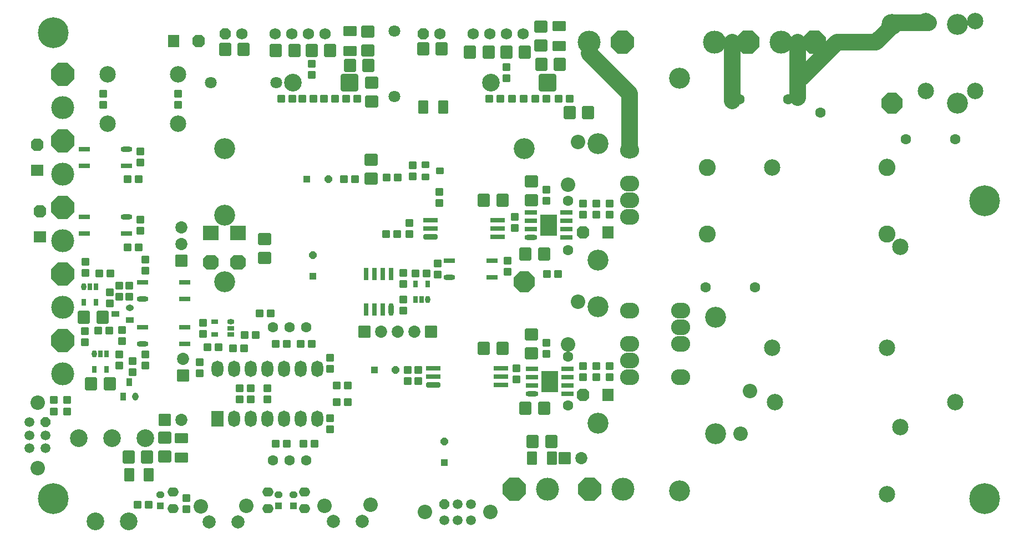
<source format=gbs>
G04*
G04 #@! TF.GenerationSoftware,Altium Limited,Altium Designer,21.3.2 (30)*
G04*
G04 Layer_Color=16711935*
%FSLAX25Y25*%
%MOIN*%
G70*
G04*
G04 #@! TF.SameCoordinates,82E3065C-4493-458C-8774-CE3C9F48797D*
G04*
G04*
G04 #@! TF.FilePolarity,Negative*
G04*
G01*
G75*
%ADD18C,0.10000*%
%ADD20P,0.06406X8X22.5*%
%ADD21C,0.05918*%
%ADD22C,0.08674*%
%ADD23P,0.06406X8X292.5*%
%ADD24C,0.06312*%
%ADD25C,0.12611*%
%ADD26C,0.13792*%
%ADD27P,0.14929X8X22.5*%
%ADD28O,0.11430X0.09619*%
%ADD29C,0.09855*%
%ADD30C,0.07887*%
%ADD31C,0.06800*%
%ADD32P,0.07360X8X22.5*%
%ADD33C,0.07300*%
G04:AMPARAMS|DCode=34|XSize=73mil|YSize=73mil|CornerRadius=7.25mil|HoleSize=0mil|Usage=FLASHONLY|Rotation=180.000|XOffset=0mil|YOffset=0mil|HoleType=Round|Shape=RoundedRectangle|*
%AMROUNDEDRECTD34*
21,1,0.07300,0.05850,0,0,180.0*
21,1,0.05850,0.07300,0,0,180.0*
1,1,0.01450,-0.02925,0.02925*
1,1,0.01450,0.02925,0.02925*
1,1,0.01450,0.02925,-0.02925*
1,1,0.01450,-0.02925,-0.02925*
%
%ADD34ROUNDEDRECTD34*%
%ADD35P,0.13650X8X292.5*%
G04:AMPARAMS|DCode=36|XSize=73mil|YSize=73mil|CornerRadius=7.25mil|HoleSize=0mil|Usage=FLASHONLY|Rotation=90.000|XOffset=0mil|YOffset=0mil|HoleType=Round|Shape=RoundedRectangle|*
%AMROUNDEDRECTD36*
21,1,0.07300,0.05850,0,0,90.0*
21,1,0.05850,0.07300,0,0,90.0*
1,1,0.01450,0.02925,0.02925*
1,1,0.01450,0.02925,-0.02925*
1,1,0.01450,-0.02925,-0.02925*
1,1,0.01450,-0.02925,0.02925*
%
%ADD36ROUNDEDRECTD36*%
%ADD37C,0.10642*%
G04:AMPARAMS|DCode=38|XSize=106.42mil|YSize=106.42mil|CornerRadius=13.84mil|HoleSize=0mil|Usage=FLASHONLY|Rotation=0.000|XOffset=0mil|YOffset=0mil|HoleType=Round|Shape=RoundedRectangle|*
%AMROUNDEDRECTD38*
21,1,0.10642,0.07874,0,0,0.0*
21,1,0.07874,0.10642,0,0,0.0*
1,1,0.02769,0.03937,-0.03937*
1,1,0.02769,-0.03937,-0.03937*
1,1,0.02769,-0.03937,0.03937*
1,1,0.02769,0.03937,0.03937*
%
%ADD38ROUNDEDRECTD38*%
%ADD39C,0.07099*%
%ADD40P,0.13650X8X202.5*%
%ADD41P,0.14929X8X292.5*%
%ADD42C,0.10249*%
%ADD43O,0.06706X0.05524*%
%ADD44O,0.07200X0.09800*%
%ADD45R,0.07200X0.09800*%
%ADD46C,0.18517*%
G04:AMPARAMS|DCode=122|XSize=48mil|YSize=48mil|CornerRadius=7mil|HoleSize=0mil|Usage=FLASHONLY|Rotation=0.000|XOffset=0mil|YOffset=0mil|HoleType=Round|Shape=RoundedRectangle|*
%AMROUNDEDRECTD122*
21,1,0.04800,0.03400,0,0,0.0*
21,1,0.03400,0.04800,0,0,0.0*
1,1,0.01400,0.01700,-0.01700*
1,1,0.01400,-0.01700,-0.01700*
1,1,0.01400,-0.01700,0.01700*
1,1,0.01400,0.01700,0.01700*
%
%ADD122ROUNDEDRECTD122*%
%ADD123P,0.04701X8X22.5*%
%ADD124R,0.04343X0.04343*%
G04:AMPARAMS|DCode=125|XSize=39.5mil|YSize=47.37mil|CornerRadius=8.72mil|HoleSize=0mil|Usage=FLASHONLY|Rotation=270.000|XOffset=0mil|YOffset=0mil|HoleType=Round|Shape=RoundedRectangle|*
%AMROUNDEDRECTD125*
21,1,0.03950,0.02992,0,0,270.0*
21,1,0.02205,0.04737,0,0,270.0*
1,1,0.01745,-0.01496,-0.01102*
1,1,0.01745,-0.01496,0.01102*
1,1,0.01745,0.01496,0.01102*
1,1,0.01745,0.01496,-0.01102*
%
%ADD125ROUNDEDRECTD125*%
%ADD126O,0.07099X0.03162*%
%ADD127R,0.07099X0.03162*%
G04:AMPARAMS|DCode=128|XSize=48mil|YSize=48mil|CornerRadius=7mil|HoleSize=0mil|Usage=FLASHONLY|Rotation=270.000|XOffset=0mil|YOffset=0mil|HoleType=Round|Shape=RoundedRectangle|*
%AMROUNDEDRECTD128*
21,1,0.04800,0.03400,0,0,270.0*
21,1,0.03400,0.04800,0,0,270.0*
1,1,0.01400,-0.01700,-0.01700*
1,1,0.01400,-0.01700,0.01700*
1,1,0.01400,0.01700,0.01700*
1,1,0.01400,0.01700,-0.01700*
%
%ADD128ROUNDEDRECTD128*%
G04:AMPARAMS|DCode=129|XSize=71mil|YSize=79mil|CornerRadius=8.73mil|HoleSize=0mil|Usage=FLASHONLY|Rotation=90.000|XOffset=0mil|YOffset=0mil|HoleType=Round|Shape=RoundedRectangle|*
%AMROUNDEDRECTD129*
21,1,0.07100,0.06155,0,0,90.0*
21,1,0.05355,0.07900,0,0,90.0*
1,1,0.01745,0.03078,0.02678*
1,1,0.01745,0.03078,-0.02678*
1,1,0.01745,-0.03078,-0.02678*
1,1,0.01745,-0.03078,0.02678*
%
%ADD129ROUNDEDRECTD129*%
%ADD130R,0.04343X0.04343*%
%ADD131P,0.04701X8X292.5*%
%ADD132R,0.04800X0.03800*%
%ADD133O,0.04800X0.03800*%
%ADD134R,0.03800X0.04800*%
%ADD135O,0.03800X0.04800*%
%ADD136O,0.03162X0.04343*%
%ADD137R,0.03162X0.04343*%
%ADD138O,0.07690X0.03162*%
%ADD139R,0.07690X0.03162*%
%ADD140R,0.10249X0.13005*%
G04:AMPARAMS|DCode=141|XSize=31.62mil|YSize=88.71mil|CornerRadius=0mil|HoleSize=0mil|Usage=FLASHONLY|Rotation=270.000|XOffset=0mil|YOffset=0mil|HoleType=Round|Shape=Octagon|*
%AMOCTAGOND141*
4,1,8,0.04435,0.00791,0.04435,-0.00791,0.03645,-0.01581,-0.03645,-0.01581,-0.04435,-0.00791,-0.04435,0.00791,-0.03645,0.01581,0.03645,0.01581,0.04435,0.00791,0.0*
%
%ADD141OCTAGOND141*%

%ADD142R,0.08871X0.03162*%
%ADD143R,0.03162X0.07690*%
%ADD144O,0.03162X0.07690*%
G04:AMPARAMS|DCode=145|XSize=71mil|YSize=79mil|CornerRadius=8.73mil|HoleSize=0mil|Usage=FLASHONLY|Rotation=0.000|XOffset=0mil|YOffset=0mil|HoleType=Round|Shape=RoundedRectangle|*
%AMROUNDEDRECTD145*
21,1,0.07100,0.06155,0,0,0.0*
21,1,0.05355,0.07900,0,0,0.0*
1,1,0.01745,0.02678,-0.03078*
1,1,0.01745,-0.02678,-0.03078*
1,1,0.01745,-0.02678,0.03078*
1,1,0.01745,0.02678,0.03078*
%
%ADD145ROUNDEDRECTD145*%
%ADD146R,0.09461X0.08871*%
G04:AMPARAMS|DCode=147|XSize=94.61mil|YSize=88.71mil|CornerRadius=0mil|HoleSize=0mil|Usage=FLASHONLY|Rotation=0.000|XOffset=0mil|YOffset=0mil|HoleType=Round|Shape=Octagon|*
%AMOCTAGOND147*
4,1,8,0.04731,-0.02218,0.04731,0.02218,0.02513,0.04435,-0.02513,0.04435,-0.04731,0.02218,-0.04731,-0.02218,-0.02513,-0.04435,0.02513,-0.04435,0.04731,-0.02218,0.0*
%
%ADD147OCTAGOND147*%

%ADD148R,0.07493X0.07099*%
G04:AMPARAMS|DCode=149|XSize=74.93mil|YSize=70.99mil|CornerRadius=0mil|HoleSize=0mil|Usage=FLASHONLY|Rotation=0.000|XOffset=0mil|YOffset=0mil|HoleType=Round|Shape=Octagon|*
%AMOCTAGOND149*
4,1,8,0.03747,-0.01775,0.03747,0.01775,0.01972,0.03550,-0.01972,0.03550,-0.03747,0.01775,-0.03747,-0.01775,-0.01972,-0.03550,0.01972,-0.03550,0.03747,-0.01775,0.0*
%
%ADD149OCTAGOND149*%

G04:AMPARAMS|DCode=150|XSize=74.93mil|YSize=70.99mil|CornerRadius=0mil|HoleSize=0mil|Usage=FLASHONLY|Rotation=270.000|XOffset=0mil|YOffset=0mil|HoleType=Round|Shape=Octagon|*
%AMOCTAGOND150*
4,1,8,-0.01775,-0.03747,0.01775,-0.03747,0.03550,-0.01972,0.03550,0.01972,0.01775,0.03747,-0.01775,0.03747,-0.03550,0.01972,-0.03550,-0.01972,-0.01775,-0.03747,0.0*
%
%ADD150OCTAGOND150*%

%ADD151R,0.07099X0.07493*%
G04:AMPARAMS|DCode=152|XSize=43.43mil|YSize=41.47mil|CornerRadius=0mil|HoleSize=0mil|Usage=FLASHONLY|Rotation=0.000|XOffset=0mil|YOffset=0mil|HoleType=Round|Shape=Octagon|*
%AMOCTAGOND152*
4,1,8,0.02172,-0.01037,0.02172,0.01037,0.01135,0.02073,-0.01135,0.02073,-0.02172,0.01037,-0.02172,-0.01037,-0.01135,-0.02073,0.01135,-0.02073,0.02172,-0.01037,0.0*
%
%ADD152OCTAGOND152*%

%ADD153R,0.04343X0.04147*%
%ADD154R,0.04343X0.03162*%
%ADD155O,0.04343X0.03162*%
G04:AMPARAMS|DCode=156|XSize=63.12mil|YSize=78.87mil|CornerRadius=8.13mil|HoleSize=0mil|Usage=FLASHONLY|Rotation=90.000|XOffset=0mil|YOffset=0mil|HoleType=Round|Shape=RoundedRectangle|*
%AMROUNDEDRECTD156*
21,1,0.06312,0.06260,0,0,90.0*
21,1,0.04685,0.07887,0,0,90.0*
1,1,0.01627,0.03130,0.02343*
1,1,0.01627,0.03130,-0.02343*
1,1,0.01627,-0.03130,-0.02343*
1,1,0.01627,-0.03130,0.02343*
%
%ADD156ROUNDEDRECTD156*%
G04:AMPARAMS|DCode=157|XSize=63.12mil|YSize=78.87mil|CornerRadius=8.13mil|HoleSize=0mil|Usage=FLASHONLY|Rotation=0.000|XOffset=0mil|YOffset=0mil|HoleType=Round|Shape=RoundedRectangle|*
%AMROUNDEDRECTD157*
21,1,0.06312,0.06260,0,0,0.0*
21,1,0.04685,0.07887,0,0,0.0*
1,1,0.01627,0.02343,-0.03130*
1,1,0.01627,-0.02343,-0.03130*
1,1,0.01627,-0.02343,0.03130*
1,1,0.01627,0.02343,0.03130*
%
%ADD157ROUNDEDRECTD157*%
G54D18*
X477000Y467882D02*
X501500Y443382D01*
Y409500D01*
X562992Y438976D02*
Y474409D01*
X604331Y452756D02*
X625984Y474409D01*
X649606D01*
X661417Y486221D01*
X681102D01*
X602362Y474409D02*
Y440945D01*
G54D20*
X390252Y196843D02*
D03*
G54D21*
X150591Y230315D02*
D03*
Y238189D02*
D03*
X140748D02*
D03*
Y246063D02*
D03*
Y230315D02*
D03*
X390252Y187000D02*
D03*
X398126D02*
D03*
X406000D02*
D03*
Y196843D02*
D03*
X398126D02*
D03*
G54D22*
X145669Y218504D02*
D03*
Y257874D02*
D03*
X243721Y195374D02*
D03*
X271280Y195768D02*
D03*
X318220Y195874D02*
D03*
X345779Y196268D02*
D03*
X378441Y191921D02*
D03*
X417811D02*
D03*
X464547Y292705D02*
D03*
X470453Y318295D02*
D03*
X464547Y388705D02*
D03*
X470453Y414295D02*
D03*
X573953Y264795D02*
D03*
X568047Y239205D02*
D03*
G54D23*
X150591Y246063D02*
D03*
G54D24*
X287000Y223000D02*
D03*
X297000D02*
D03*
X307000D02*
D03*
Y303000D02*
D03*
X297000D02*
D03*
X287000D02*
D03*
X464500Y256000D02*
D03*
Y285528D02*
D03*
Y349500D02*
D03*
Y379028D02*
D03*
X547236Y327000D02*
D03*
X576764D02*
D03*
X667472Y416000D02*
D03*
X697000D02*
D03*
X616142Y461614D02*
D03*
X596949Y440000D02*
D03*
X616142Y432087D02*
D03*
X567421Y440000D02*
D03*
G54D25*
X258000Y330500D02*
D03*
Y370500D02*
D03*
Y410500D02*
D03*
X438000D02*
D03*
X482500Y413500D02*
D03*
X531496Y452756D02*
D03*
X482500Y343500D02*
D03*
Y315500D02*
D03*
Y245500D02*
D03*
X531496Y204724D02*
D03*
X553000Y239000D02*
D03*
Y309000D02*
D03*
X698500Y437756D02*
D03*
Y485000D02*
D03*
X659130D02*
D03*
G54D26*
X160748Y275000D02*
D03*
Y315000D02*
D03*
Y355000D02*
D03*
Y395000D02*
D03*
Y435000D02*
D03*
X452000Y205748D02*
D03*
X497500D02*
D03*
X592500Y474252D02*
D03*
X552500D02*
D03*
X477000D02*
D03*
G54D27*
X432000Y205748D02*
D03*
X477500D02*
D03*
X612500Y474252D02*
D03*
X572500D02*
D03*
X497000D02*
D03*
G54D28*
X501500Y273000D02*
D03*
Y283000D02*
D03*
Y293000D02*
D03*
Y313000D02*
D03*
X532000Y273000D02*
D03*
Y293000D02*
D03*
Y303000D02*
D03*
Y313000D02*
D03*
X501500Y369500D02*
D03*
Y379500D02*
D03*
Y389500D02*
D03*
Y409500D02*
D03*
G54D29*
X230000Y425472D02*
D03*
Y455000D02*
D03*
X187874D02*
D03*
Y425472D02*
D03*
X588866Y258000D02*
D03*
X587000Y290732D02*
D03*
X656000Y290866D02*
D03*
X664000Y243000D02*
D03*
X697134Y258000D02*
D03*
X656000Y202575D02*
D03*
X664000Y351268D02*
D03*
X656000Y399134D02*
D03*
Y399425D02*
D03*
X679472Y445000D02*
D03*
X709000D02*
D03*
Y487126D02*
D03*
X679472D02*
D03*
X587000Y399000D02*
D03*
G54D30*
X248839Y185925D02*
D03*
X266161D02*
D03*
X323339Y186425D02*
D03*
X340661D02*
D03*
G54D31*
X437500Y479500D02*
D03*
X427500D02*
D03*
X417500D02*
D03*
X407500D02*
D03*
X387500D02*
D03*
X318500D02*
D03*
X308500D02*
D03*
X298500D02*
D03*
X288500D02*
D03*
X268500D02*
D03*
G54D32*
X377500Y479500D02*
D03*
X258500D02*
D03*
G54D33*
X232000Y247500D02*
D03*
X233000Y284000D02*
D03*
X232000Y353000D02*
D03*
Y363000D02*
D03*
X352000Y300374D02*
D03*
X362000D02*
D03*
X372000D02*
D03*
X472598Y224410D02*
D03*
G54D34*
X222000Y247500D02*
D03*
X342000Y300374D02*
D03*
X382000D02*
D03*
X462598Y224410D02*
D03*
G54D35*
X659130Y437756D02*
D03*
G54D36*
X233000Y274000D02*
D03*
X232000Y343000D02*
D03*
G54D37*
X180500Y186500D02*
D03*
X200500D02*
D03*
X210500Y236500D02*
D03*
X190500D02*
D03*
X170500D02*
D03*
X299000Y450000D02*
D03*
X418000D02*
D03*
G54D38*
X452000Y450000D02*
D03*
X333000D02*
D03*
G54D39*
X360000Y441815D02*
D03*
Y481185D02*
D03*
X289185Y450000D02*
D03*
X249815D02*
D03*
G54D40*
X438000Y330500D02*
D03*
G54D41*
X160748Y295000D02*
D03*
Y335000D02*
D03*
Y375000D02*
D03*
Y415000D02*
D03*
Y455000D02*
D03*
G54D42*
X548000Y359000D02*
D03*
Y399158D02*
D03*
X656268Y359000D02*
D03*
Y399158D02*
D03*
G54D43*
X227000Y194000D02*
D03*
Y204000D02*
D03*
X284000D02*
D03*
Y194000D02*
D03*
X306000D02*
D03*
Y204000D02*
D03*
G54D44*
X263653Y248000D02*
D03*
X273654D02*
D03*
X283653D02*
D03*
X293653D02*
D03*
X303654D02*
D03*
X313653D02*
D03*
Y278000D02*
D03*
X303654D02*
D03*
X293653D02*
D03*
X283653D02*
D03*
X273654D02*
D03*
X263653D02*
D03*
X253654D02*
D03*
G54D45*
X253654Y248000D02*
D03*
G54D46*
X155000Y200000D02*
D03*
Y480000D02*
D03*
X714685Y200000D02*
D03*
Y379000D02*
D03*
G54D122*
X235000Y193654D02*
D03*
Y200346D02*
D03*
X283653Y259653D02*
D03*
Y266347D02*
D03*
X273654D02*
D03*
X267000D02*
D03*
Y259653D02*
D03*
X273654D02*
D03*
X243000Y282193D02*
D03*
Y275500D02*
D03*
X245000Y299153D02*
D03*
Y305847D02*
D03*
X210630Y337205D02*
D03*
Y343898D02*
D03*
X207500Y361154D02*
D03*
Y367846D02*
D03*
X200787Y328150D02*
D03*
X194882D02*
D03*
Y321457D02*
D03*
X200787D02*
D03*
X196500Y301346D02*
D03*
Y294654D02*
D03*
X194882Y286811D02*
D03*
X202756Y282874D02*
D03*
Y276181D02*
D03*
X194882Y280118D02*
D03*
X210630D02*
D03*
Y286811D02*
D03*
X188976Y317520D02*
D03*
Y324213D02*
D03*
X174500Y335653D02*
D03*
Y342347D02*
D03*
X174000Y300847D02*
D03*
Y294153D02*
D03*
X155512Y259252D02*
D03*
Y252559D02*
D03*
X163386D02*
D03*
Y259252D02*
D03*
X321500Y248346D02*
D03*
Y241653D02*
D03*
Y278153D02*
D03*
Y284846D02*
D03*
X368000Y277346D02*
D03*
Y270654D02*
D03*
X374500D02*
D03*
Y277346D02*
D03*
X365500Y313028D02*
D03*
Y319721D02*
D03*
Y329028D02*
D03*
Y335720D02*
D03*
X386000Y334653D02*
D03*
Y341347D02*
D03*
X369017Y359154D02*
D03*
Y365846D02*
D03*
X387000Y377654D02*
D03*
Y384347D02*
D03*
X371000Y400347D02*
D03*
Y393653D02*
D03*
X428000Y336307D02*
D03*
Y343000D02*
D03*
X432517Y362653D02*
D03*
X451500Y379153D02*
D03*
Y385846D02*
D03*
X432517Y369346D02*
D03*
X473517Y370654D02*
D03*
Y377346D02*
D03*
X481517D02*
D03*
Y370654D02*
D03*
X489517D02*
D03*
Y377346D02*
D03*
X427500Y452852D02*
D03*
Y459546D02*
D03*
X310500Y461346D02*
D03*
Y454654D02*
D03*
X230000Y443347D02*
D03*
Y436654D02*
D03*
X207500Y408847D02*
D03*
Y402153D02*
D03*
X185000Y436654D02*
D03*
Y443347D02*
D03*
X433500Y278346D02*
D03*
Y271654D02*
D03*
X451500Y287154D02*
D03*
Y293847D02*
D03*
X473500Y279847D02*
D03*
Y273153D02*
D03*
X481500D02*
D03*
Y279847D02*
D03*
X489500D02*
D03*
Y273153D02*
D03*
G54D123*
X311000Y346398D02*
D03*
X390000Y234398D02*
D03*
G54D124*
X311000Y333602D02*
D03*
X390000Y221602D02*
D03*
G54D125*
X387331Y397000D02*
D03*
X378669Y400740D02*
D03*
Y393260D02*
D03*
G54D126*
X208705Y293000D02*
D03*
Y320000D02*
D03*
X199295Y369500D02*
D03*
Y410000D02*
D03*
X393205Y333000D02*
D03*
G54D127*
X234295Y293000D02*
D03*
Y303000D02*
D03*
Y320000D02*
D03*
Y330000D02*
D03*
X208705D02*
D03*
Y303000D02*
D03*
X199295Y359500D02*
D03*
X173705Y369500D02*
D03*
Y359500D02*
D03*
X199295Y400000D02*
D03*
X173705D02*
D03*
Y410000D02*
D03*
X393205Y343000D02*
D03*
X418795Y333000D02*
D03*
Y343000D02*
D03*
G54D128*
X205654Y196500D02*
D03*
X212347D02*
D03*
X288653Y233000D02*
D03*
X295346D02*
D03*
X305307D02*
D03*
X312000D02*
D03*
X325307Y258000D02*
D03*
X332000D02*
D03*
Y268000D02*
D03*
X325307D02*
D03*
X310347Y293000D02*
D03*
X303654D02*
D03*
X295346D02*
D03*
X288653D02*
D03*
X276847Y298500D02*
D03*
X270153D02*
D03*
X269847Y290500D02*
D03*
X263154D02*
D03*
X254346Y291000D02*
D03*
X247654D02*
D03*
X279153Y311500D02*
D03*
X285846D02*
D03*
X355153Y359000D02*
D03*
X361846D02*
D03*
X372654Y335374D02*
D03*
X379346D02*
D03*
X362000Y393000D02*
D03*
X355307D02*
D03*
X336347Y392000D02*
D03*
X329654D02*
D03*
X331153Y440500D02*
D03*
X337846D02*
D03*
X324346D02*
D03*
X317653D02*
D03*
X311347D02*
D03*
X304654D02*
D03*
X298847D02*
D03*
X292154D02*
D03*
X206347Y392000D02*
D03*
X199653D02*
D03*
Y351000D02*
D03*
X206347D02*
D03*
X189347Y335500D02*
D03*
X182653D02*
D03*
X182153Y301000D02*
D03*
X188847D02*
D03*
X417154Y440500D02*
D03*
X423846D02*
D03*
X430955D02*
D03*
X437647D02*
D03*
X444756D02*
D03*
X451448D02*
D03*
X458653D02*
D03*
X465346D02*
D03*
X451653Y335000D02*
D03*
X458347D02*
D03*
G54D129*
X222000Y225400D02*
D03*
Y236600D02*
D03*
X282000Y344900D02*
D03*
Y356100D02*
D03*
X346000Y392400D02*
D03*
Y403600D02*
D03*
X346500Y438900D02*
D03*
Y450100D02*
D03*
X344000Y469400D02*
D03*
Y480600D02*
D03*
X442500Y390600D02*
D03*
Y379400D02*
D03*
Y298600D02*
D03*
Y287400D02*
D03*
X448000Y472400D02*
D03*
Y483600D02*
D03*
G54D130*
X348102Y277500D02*
D03*
X307602Y392000D02*
D03*
G54D131*
X360898Y277500D02*
D03*
X320398Y392000D02*
D03*
G54D132*
X201181Y307283D02*
D03*
X192520Y311024D02*
D03*
G54D133*
X201181Y314764D02*
D03*
G54D134*
X197047Y261417D02*
D03*
X200787Y270079D02*
D03*
G54D135*
X204528Y261417D02*
D03*
G54D136*
X179760Y287224D02*
D03*
X173425Y327559D02*
D03*
X380240Y319650D02*
D03*
G54D137*
X179760Y277776D02*
D03*
X187240D02*
D03*
Y287224D02*
D03*
X183500D02*
D03*
X180905Y318110D02*
D03*
Y327559D02*
D03*
X177165D02*
D03*
X173425Y318110D02*
D03*
X372760Y319650D02*
D03*
X376500D02*
D03*
X372760Y329098D02*
D03*
X380240D02*
D03*
G54D138*
X442220Y357000D02*
D03*
X442870Y263000D02*
D03*
G54D139*
X442220Y362000D02*
D03*
Y367000D02*
D03*
Y372000D02*
D03*
X463480Y367000D02*
D03*
Y362000D02*
D03*
Y357000D02*
D03*
Y372000D02*
D03*
X442870Y278000D02*
D03*
Y273000D02*
D03*
Y268000D02*
D03*
X464130Y263000D02*
D03*
Y268000D02*
D03*
Y273000D02*
D03*
Y278000D02*
D03*
G54D140*
X453500Y270500D02*
D03*
X452850Y364500D02*
D03*
G54D141*
X383449Y268500D02*
D03*
X381741Y357500D02*
D03*
G54D142*
X383449Y273500D02*
D03*
Y278500D02*
D03*
X424000D02*
D03*
Y273500D02*
D03*
Y268500D02*
D03*
X422292Y357500D02*
D03*
Y362500D02*
D03*
Y367500D02*
D03*
X381741D02*
D03*
Y362500D02*
D03*
G54D143*
X343000Y313744D02*
D03*
X348000D02*
D03*
X353000D02*
D03*
X358000Y335004D02*
D03*
X353000D02*
D03*
X348000D02*
D03*
X343000D02*
D03*
G54D144*
X358000Y313744D02*
D03*
G54D145*
X211600Y225000D02*
D03*
X200400D02*
D03*
X189100Y269000D02*
D03*
X177900D02*
D03*
X184734Y309055D02*
D03*
X173534D02*
D03*
X333400Y460500D02*
D03*
X344600D02*
D03*
X377300Y470500D02*
D03*
X388500D02*
D03*
X405599Y468500D02*
D03*
X416799D02*
D03*
X427400D02*
D03*
X438600D02*
D03*
X448400Y461000D02*
D03*
X459600D02*
D03*
X465400Y432000D02*
D03*
X476600D02*
D03*
X425100Y379500D02*
D03*
X413900D02*
D03*
X438900Y347000D02*
D03*
X450100D02*
D03*
X425100Y290500D02*
D03*
X413900D02*
D03*
X438900Y254500D02*
D03*
X450100D02*
D03*
X454419Y234252D02*
D03*
X443219D02*
D03*
X321600Y469500D02*
D03*
X310400D02*
D03*
X300100D02*
D03*
X288900D02*
D03*
X269600Y470000D02*
D03*
X258400D02*
D03*
G54D146*
X266000Y359858D02*
D03*
X249645D02*
D03*
G54D147*
X266000Y342142D02*
D03*
X249645D02*
D03*
G54D148*
X147000Y357421D02*
D03*
X145500Y397421D02*
D03*
G54D149*
X147000Y372579D02*
D03*
X145500Y412579D02*
D03*
G54D150*
X473421Y262500D02*
D03*
X473438Y360000D02*
D03*
X242579Y475000D02*
D03*
G54D151*
X227421Y475000D02*
D03*
X488579Y262500D02*
D03*
X488595Y360000D02*
D03*
G54D152*
X219500Y202248D02*
D03*
X290500D02*
D03*
X299500D02*
D03*
G54D153*
X219500Y195752D02*
D03*
X290500D02*
D03*
X299500D02*
D03*
G54D154*
X252276Y298760D02*
D03*
Y306240D02*
D03*
X261724Y302500D02*
D03*
Y298760D02*
D03*
G54D155*
X261724Y306240D02*
D03*
G54D156*
X232000Y224594D02*
D03*
Y236405D02*
D03*
X333500Y469095D02*
D03*
Y480905D02*
D03*
X459000Y472094D02*
D03*
Y483906D02*
D03*
G54D157*
X212598Y214567D02*
D03*
X200787D02*
D03*
X389405Y435500D02*
D03*
X377594D02*
D03*
X442913Y224410D02*
D03*
X454724D02*
D03*
M02*

</source>
